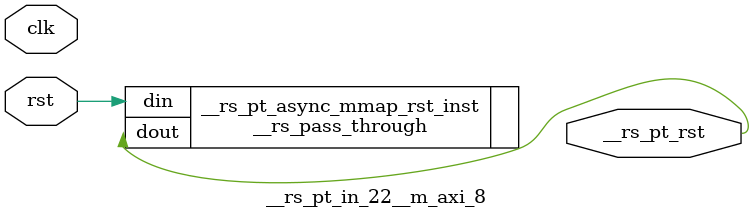
<source format=v>
`timescale 1 ns / 1 ps
/**   Generated by RapidStream   **/
module __rs_pt_in_22__m_axi_8 #(
    parameter BufferSize         = 32,
    parameter BufferSizeLog      = 5,
    parameter AddrWidth          = 64,
    parameter AxiSideAddrWidth   = 64,
    parameter DataWidth          = 512,
    parameter DataWidthBytesLog  = 6,
    parameter WaitTimeWidth      = 4,
    parameter BurstLenWidth      = 8,
    parameter EnableReadChannel  = 1,
    parameter EnableWriteChannel = 1,
    parameter MaxWaitTime        = 3,
    parameter MaxBurstLen        = 15
) (
    output wire __rs_pt_rst,
    input wire  clk,
    input wire  rst
);




__rs_pass_through #(
    .WIDTH (1)
) __rs_pt_async_mmap_rst_inst /**   Generated by RapidStream   **/ (
    .din  (rst),
    .dout (__rs_pt_rst)
);

endmodule  // __rs_pt_in_22__m_axi_8
</source>
